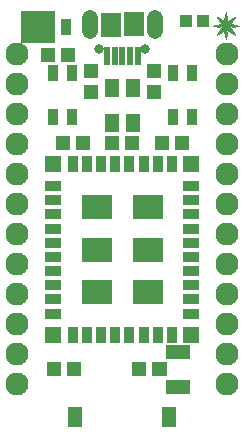
<source format=gts>
G75*
%MOIN*%
%OFA0B0*%
%FSLAX24Y24*%
%IPPOS*%
%LPD*%
%AMOC8*
5,1,8,0,0,1.08239X$1,22.5*
%
%ADD10R,0.0513X0.0474*%
%ADD11R,0.0237X0.0611*%
%ADD12R,0.0671X0.0828*%
%ADD13C,0.0316*%
%ADD14C,0.0517*%
%ADD15R,0.0552X0.0552*%
%ADD16R,0.0552X0.0356*%
%ADD17R,0.0356X0.0552*%
%ADD18R,0.1025X0.0828*%
%ADD19R,0.0336X0.0572*%
%ADD20R,0.0474X0.0513*%
%ADD21R,0.0395X0.0395*%
%ADD22C,0.0010*%
%ADD23R,0.0513X0.0631*%
%ADD24R,0.0789X0.0493*%
%ADD25R,0.0493X0.0474*%
%ADD26R,0.0474X0.0671*%
%ADD27C,0.0770*%
%ADD28R,0.1130X0.1080*%
%ADD29R,0.0380X0.0580*%
D10*
X002958Y002255D03*
X003627Y002255D03*
X005808Y002255D03*
X006477Y002255D03*
X006558Y009805D03*
X007227Y009805D03*
X006293Y011520D03*
X006293Y012190D03*
X004193Y012190D03*
X004193Y011520D03*
X003927Y009805D03*
X003258Y009805D03*
D11*
X004731Y012702D03*
X004987Y012702D03*
X005243Y012702D03*
X005499Y012702D03*
X005755Y012702D03*
D12*
X005637Y013755D03*
X004849Y013751D03*
D13*
X004475Y012928D03*
X006011Y012928D03*
D14*
X006335Y013537D02*
X006335Y013973D01*
X004150Y013973D02*
X004150Y013537D01*
D15*
X002940Y009098D03*
X002940Y003389D03*
X007546Y003389D03*
X007546Y009098D03*
D16*
X007546Y008369D03*
X007546Y007897D03*
X007546Y007424D03*
X007546Y006952D03*
X007546Y006479D03*
X007546Y006007D03*
X007546Y005535D03*
X007546Y005062D03*
X007546Y004590D03*
X007546Y004117D03*
X002940Y004117D03*
X002940Y004590D03*
X002940Y005062D03*
X002940Y005535D03*
X002940Y006007D03*
X002940Y006479D03*
X002940Y006952D03*
X002940Y007424D03*
X002940Y007897D03*
X002940Y008369D03*
D17*
X003589Y009098D03*
X004062Y009098D03*
X004534Y009098D03*
X005007Y009098D03*
X005479Y009098D03*
X005951Y009098D03*
X006424Y009098D03*
X006896Y009098D03*
X006896Y003389D03*
X006424Y003389D03*
X005951Y003389D03*
X005479Y003389D03*
X005007Y003389D03*
X004534Y003389D03*
X004062Y003389D03*
X003589Y003389D03*
D18*
X004396Y004826D03*
X004396Y006243D03*
X004396Y007661D03*
X006089Y007661D03*
X006089Y006243D03*
X006089Y004826D03*
D19*
X006938Y010667D03*
X007548Y010667D03*
X007548Y012143D03*
X006938Y012143D03*
X003548Y012143D03*
X002938Y012143D03*
X002938Y010667D03*
X003548Y010667D03*
D20*
X003427Y012725D03*
X002758Y012725D03*
X004908Y009805D03*
X005577Y009805D03*
D21*
X007348Y013885D03*
X007938Y013885D03*
D22*
X008253Y013715D02*
X008483Y013665D01*
X008523Y013715D01*
X008483Y013765D01*
X008253Y013715D01*
X008272Y013711D02*
X008520Y013711D01*
X008519Y013719D02*
X008273Y013719D01*
X008312Y013728D02*
X008512Y013728D01*
X008506Y013736D02*
X008351Y013736D01*
X008390Y013745D02*
X008499Y013745D01*
X008492Y013753D02*
X008429Y013753D01*
X008469Y013762D02*
X008485Y013762D01*
X008532Y013796D02*
X008857Y013796D01*
X008862Y013804D02*
X008526Y013804D01*
X008521Y013813D02*
X008868Y013813D01*
X008874Y013821D02*
X008515Y013821D01*
X008510Y013830D02*
X008685Y013830D01*
X008693Y013825D02*
X008393Y014015D01*
X008583Y013715D01*
X008383Y013395D01*
X008693Y013595D01*
X009003Y013405D01*
X008803Y013715D01*
X009003Y014015D01*
X008693Y013825D01*
X008701Y013830D02*
X008879Y013830D01*
X008885Y013838D02*
X008715Y013838D01*
X008729Y013847D02*
X008891Y013847D01*
X008896Y013855D02*
X008742Y013855D01*
X008756Y013864D02*
X008902Y013864D01*
X008908Y013872D02*
X008770Y013872D01*
X008784Y013881D02*
X008913Y013881D01*
X008919Y013889D02*
X008798Y013889D01*
X008812Y013898D02*
X008925Y013898D01*
X008930Y013906D02*
X008826Y013906D01*
X008839Y013915D02*
X008936Y013915D01*
X008942Y013923D02*
X008853Y013923D01*
X008867Y013932D02*
X008947Y013932D01*
X008953Y013940D02*
X008881Y013940D01*
X008895Y013949D02*
X008959Y013949D01*
X008964Y013957D02*
X008909Y013957D01*
X008923Y013966D02*
X008970Y013966D01*
X008976Y013974D02*
X008937Y013974D01*
X008950Y013983D02*
X008981Y013983D01*
X008987Y013991D02*
X008964Y013991D01*
X008978Y014000D02*
X008993Y014000D01*
X008992Y014008D02*
X008998Y014008D01*
X008956Y013753D02*
X008896Y013753D01*
X008891Y013745D02*
X008995Y013745D01*
X009034Y013736D02*
X008886Y013736D01*
X008881Y013728D02*
X009074Y013728D01*
X009075Y013702D02*
X008880Y013702D01*
X008885Y013694D02*
X009036Y013694D01*
X008997Y013685D02*
X008891Y013685D01*
X008896Y013677D02*
X008957Y013677D01*
X008918Y013668D02*
X008901Y013668D01*
X008903Y013665D02*
X009133Y013715D01*
X008903Y013765D01*
X008873Y013715D01*
X008903Y013665D01*
X008875Y013711D02*
X009114Y013711D01*
X009113Y013719D02*
X008875Y013719D01*
X008901Y013762D02*
X008917Y013762D01*
X008851Y013787D02*
X008537Y013787D01*
X008542Y013779D02*
X008845Y013779D01*
X008840Y013770D02*
X008548Y013770D01*
X008553Y013762D02*
X008834Y013762D01*
X008828Y013753D02*
X008558Y013753D01*
X008564Y013745D02*
X008823Y013745D01*
X008817Y013736D02*
X008569Y013736D01*
X008575Y013728D02*
X008811Y013728D01*
X008806Y013719D02*
X008580Y013719D01*
X008580Y013711D02*
X008805Y013711D01*
X008811Y013702D02*
X008575Y013702D01*
X008570Y013694D02*
X008816Y013694D01*
X008822Y013685D02*
X008564Y013685D01*
X008559Y013677D02*
X008827Y013677D01*
X008833Y013668D02*
X008554Y013668D01*
X008548Y013660D02*
X008838Y013660D01*
X008844Y013651D02*
X008543Y013651D01*
X008538Y013643D02*
X008849Y013643D01*
X008855Y013634D02*
X008532Y013634D01*
X008527Y013626D02*
X008860Y013626D01*
X008866Y013617D02*
X008522Y013617D01*
X008516Y013609D02*
X008871Y013609D01*
X008877Y013600D02*
X008511Y013600D01*
X008506Y013592D02*
X008688Y013592D01*
X008698Y013592D02*
X008882Y013592D01*
X008888Y013583D02*
X008712Y013583D01*
X008726Y013575D02*
X008893Y013575D01*
X008899Y013566D02*
X008739Y013566D01*
X008753Y013558D02*
X008904Y013558D01*
X008910Y013549D02*
X008767Y013549D01*
X008781Y013541D02*
X008915Y013541D01*
X008921Y013532D02*
X008795Y013532D01*
X008809Y013524D02*
X008926Y013524D01*
X008932Y013515D02*
X008823Y013515D01*
X008837Y013507D02*
X008937Y013507D01*
X008943Y013498D02*
X008850Y013498D01*
X008864Y013490D02*
X008948Y013490D01*
X008954Y013481D02*
X008878Y013481D01*
X008892Y013473D02*
X008959Y013473D01*
X008964Y013464D02*
X008906Y013464D01*
X008920Y013456D02*
X008970Y013456D01*
X008975Y013447D02*
X008934Y013447D01*
X008948Y013439D02*
X008981Y013439D01*
X008986Y013430D02*
X008961Y013430D01*
X008975Y013422D02*
X008992Y013422D01*
X008989Y013413D02*
X008997Y013413D01*
X008734Y013464D02*
X008651Y013464D01*
X008653Y013456D02*
X008733Y013456D01*
X008731Y013447D02*
X008655Y013447D01*
X008657Y013439D02*
X008729Y013439D01*
X008727Y013430D02*
X008658Y013430D01*
X008660Y013422D02*
X008725Y013422D01*
X008724Y013413D02*
X008662Y013413D01*
X008664Y013405D02*
X008722Y013405D01*
X008720Y013396D02*
X008665Y013396D01*
X008667Y013388D02*
X008718Y013388D01*
X008717Y013379D02*
X008669Y013379D01*
X008671Y013371D02*
X008715Y013371D01*
X008713Y013362D02*
X008673Y013362D01*
X008674Y013354D02*
X008711Y013354D01*
X008710Y013345D02*
X008676Y013345D01*
X008678Y013337D02*
X008708Y013337D01*
X008706Y013328D02*
X008680Y013328D01*
X008681Y013320D02*
X008704Y013320D01*
X008702Y013311D02*
X008683Y013311D01*
X008685Y013303D02*
X008701Y013303D01*
X008699Y013294D02*
X008687Y013294D01*
X008688Y013286D02*
X008697Y013286D01*
X008695Y013277D02*
X008690Y013277D01*
X008692Y013269D02*
X008694Y013269D01*
X008693Y013265D02*
X008743Y013505D01*
X008693Y013535D01*
X008643Y013505D01*
X008693Y013265D01*
X008649Y013473D02*
X008736Y013473D01*
X008738Y013481D02*
X008648Y013481D01*
X008646Y013490D02*
X008740Y013490D01*
X008741Y013498D02*
X008644Y013498D01*
X008646Y013507D02*
X008740Y013507D01*
X008725Y013515D02*
X008660Y013515D01*
X008674Y013524D02*
X008711Y013524D01*
X008697Y013532D02*
X008688Y013532D01*
X008662Y013575D02*
X008495Y013575D01*
X008490Y013566D02*
X008648Y013566D01*
X008635Y013558D02*
X008485Y013558D01*
X008479Y013549D02*
X008622Y013549D01*
X008609Y013541D02*
X008474Y013541D01*
X008469Y013532D02*
X008596Y013532D01*
X008583Y013524D02*
X008463Y013524D01*
X008458Y013515D02*
X008569Y013515D01*
X008556Y013507D02*
X008453Y013507D01*
X008447Y013498D02*
X008543Y013498D01*
X008530Y013490D02*
X008442Y013490D01*
X008437Y013481D02*
X008517Y013481D01*
X008504Y013473D02*
X008431Y013473D01*
X008426Y013464D02*
X008490Y013464D01*
X008477Y013456D02*
X008421Y013456D01*
X008416Y013447D02*
X008464Y013447D01*
X008451Y013439D02*
X008410Y013439D01*
X008405Y013430D02*
X008438Y013430D01*
X008424Y013422D02*
X008400Y013422D01*
X008394Y013413D02*
X008411Y013413D01*
X008398Y013405D02*
X008389Y013405D01*
X008385Y013396D02*
X008384Y013396D01*
X008501Y013583D02*
X008675Y013583D01*
X008513Y013702D02*
X008311Y013702D01*
X008350Y013694D02*
X008506Y013694D01*
X008499Y013685D02*
X008389Y013685D01*
X008428Y013677D02*
X008492Y013677D01*
X008486Y013668D02*
X008467Y013668D01*
X008505Y013838D02*
X008672Y013838D01*
X008658Y013847D02*
X008499Y013847D01*
X008494Y013855D02*
X008645Y013855D01*
X008631Y013864D02*
X008489Y013864D01*
X008483Y013872D02*
X008618Y013872D01*
X008605Y013881D02*
X008478Y013881D01*
X008472Y013889D02*
X008591Y013889D01*
X008578Y013898D02*
X008467Y013898D01*
X008462Y013906D02*
X008564Y013906D01*
X008551Y013915D02*
X008456Y013915D01*
X008451Y013923D02*
X008537Y013923D01*
X008524Y013932D02*
X008445Y013932D01*
X008440Y013940D02*
X008511Y013940D01*
X008497Y013949D02*
X008435Y013949D01*
X008429Y013957D02*
X008484Y013957D01*
X008470Y013966D02*
X008424Y013966D01*
X008419Y013974D02*
X008457Y013974D01*
X008443Y013983D02*
X008413Y013983D01*
X008408Y013991D02*
X008430Y013991D01*
X008417Y014000D02*
X008402Y014000D01*
X008403Y014008D02*
X008397Y014008D01*
X008652Y013957D02*
X008734Y013957D01*
X008736Y013949D02*
X008650Y013949D01*
X008648Y013940D02*
X008738Y013940D01*
X008739Y013932D02*
X008646Y013932D01*
X008645Y013923D02*
X008741Y013923D01*
X008743Y013915D02*
X008693Y014155D01*
X008643Y013915D01*
X008743Y013915D01*
X008693Y013885D01*
X008643Y013915D01*
X008657Y013906D02*
X008728Y013906D01*
X008714Y013898D02*
X008671Y013898D01*
X008685Y013889D02*
X008700Y013889D01*
X008732Y013966D02*
X008653Y013966D01*
X008655Y013974D02*
X008730Y013974D01*
X008729Y013983D02*
X008657Y013983D01*
X008659Y013991D02*
X008727Y013991D01*
X008725Y014000D02*
X008660Y014000D01*
X008662Y014008D02*
X008723Y014008D01*
X008722Y014017D02*
X008664Y014017D01*
X008666Y014025D02*
X008720Y014025D01*
X008718Y014034D02*
X008668Y014034D01*
X008669Y014042D02*
X008716Y014042D01*
X008714Y014051D02*
X008671Y014051D01*
X008673Y014059D02*
X008713Y014059D01*
X008711Y014068D02*
X008675Y014068D01*
X008676Y014076D02*
X008709Y014076D01*
X008707Y014085D02*
X008678Y014085D01*
X008680Y014093D02*
X008706Y014093D01*
X008704Y014102D02*
X008682Y014102D01*
X008684Y014110D02*
X008702Y014110D01*
X008700Y014119D02*
X008685Y014119D01*
X008687Y014127D02*
X008699Y014127D01*
X008697Y014136D02*
X008689Y014136D01*
X008691Y014144D02*
X008695Y014144D01*
X008692Y014153D02*
X008693Y014153D01*
D23*
X005597Y011626D03*
X005597Y010484D03*
X004888Y010484D03*
X004888Y011626D03*
D24*
X007093Y002836D03*
X007093Y001674D03*
D25*
X006491Y002255D03*
D26*
X006808Y000655D03*
X003658Y000655D03*
D27*
X001743Y001755D03*
X001743Y002755D03*
X001743Y003755D03*
X001743Y004755D03*
X001743Y005755D03*
X001743Y006755D03*
X001743Y007755D03*
X001743Y008755D03*
X001743Y009755D03*
X001743Y010755D03*
X001743Y011755D03*
X001743Y012755D03*
X008743Y012755D03*
X008743Y011755D03*
X008743Y010755D03*
X008743Y009755D03*
X008743Y008755D03*
X008743Y007755D03*
X008743Y006755D03*
X008743Y005755D03*
X008743Y004755D03*
X008743Y003755D03*
X008743Y002755D03*
X008743Y001755D03*
D28*
X002443Y013655D03*
D29*
X003368Y013655D03*
M02*

</source>
